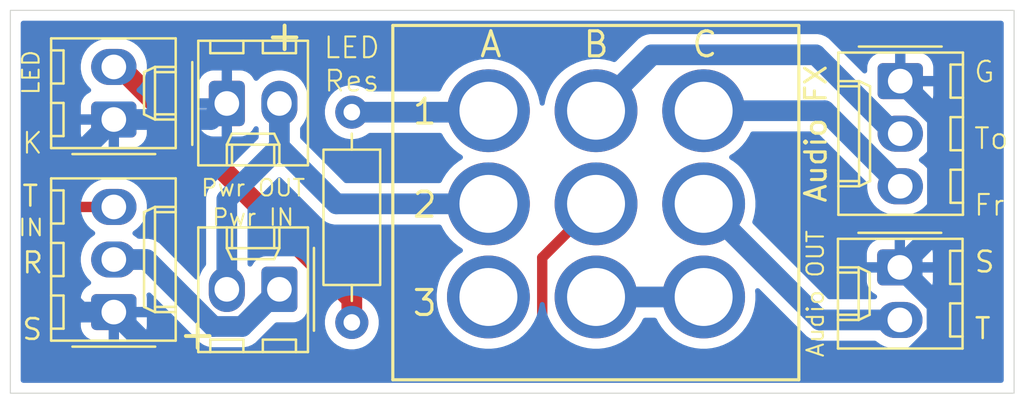
<source format=kicad_pcb>
(kicad_pcb (version 20241229) (generator "pcbnew") (generator_version "9.0")
  (title_block (date "2025-08-04") (rev "V1.0a"))
  (layers (0 "F.Cu" signal) (2 "B.Cu" signal) (13 "F.Paste" user) (15 "B.Paste" user) (5 "F.SilkS" user "F.Silkscreen") (7 "B.SilkS" user "B.Silkscreen") (1 "F.Mask" user) (3 "B.Mask" user) (25 "Edge.Cuts" user))
  (net 0 "")
  (net 1 "GND")
  (net 2 "Net-(J4-Pin_2)")
  (net 3 "Net-(J5-Pin_2)")
  (net 4 "Net-(J7-Pin_2)")
  (net 5 "Net-(R1-Pad1)")
  (net 7 "Net-(J1-Pin_3)")
  (net 8 "Net-(J1-Pin_2)")
  (net 9 "Net-(J2-Pin_2)")
  (net 10 "Net-(J7-Pin_3)")
  (net 11 "Net-(SW1-C-PadB3)")
  (footprint "Connector_Molex:Molex_KK-254_AE-6410-02A_1x02_P2.54mm_Vertical" (layer "F.Cu") (at 67.5 62.98 180)
    (property "Reference" "J4" (hide yes))
    (property "Value" "Pwr IN" (at 1.27 3.48 0) (layer "F.SilkS") (effects (font (size 0.8 0.8) (thickness 0.1))))
    (fp_line (start 3.92 2.99) (end 3.92 -3.03) (stroke (width 0.12)) (layer "F.SilkS"))
    (fp_line (start 3.92 -3.03) (end -1.38 -3.03) (stroke (width 0.12)) (layer "F.SilkS"))
    (fp_line (start 3.34 -2.43) (end 3.34 -3.03) (stroke (width 0.12)) (layer "F.SilkS"))
    (fp_line (start 2.54 1.99) (end 2.54 2.99) (stroke (width 0.12)) (layer "F.SilkS"))
    (fp_line (start 2.29 2.99) (end 2.29 1.99) (stroke (width 0.12)) (layer "F.SilkS"))
    (fp_line (start 2.29 1.46) (end 2.54 1.99) (stroke (width 0.12)) (layer "F.SilkS"))
    (fp_line (start 1.74 -2.43) (end 3.34 -2.43) (stroke (width 0.12)) (layer "F.SilkS"))
    (fp_line (start 1.74 -3.03) (end 1.74 -2.43) (stroke (width 0.12)) (layer "F.SilkS"))
    (fp_line (start 0.8 -2.43) (end 0.8 -3.03) (stroke (width 0.12)) (layer "F.SilkS"))
    (fp_line (start 0.25 2.99) (end 0.25 1.99) (stroke (width 0.12)) (layer "F.SilkS"))
    (fp_line (start 0.25 1.46) (end 2.29 1.46) (stroke (width 0.12)) (layer "F.SilkS"))
    (fp_line (start 0 2.99) (end 0 1.99) (stroke (width 0.12)) (layer "F.SilkS"))
    (fp_line (start 0 1.99) (end 2.54 1.99) (stroke (width 0.12)) (layer "F.SilkS"))
    (fp_line (start 0 1.99) (end 0.25 1.46) (stroke (width 0.12)) (layer "F.SilkS"))
    (fp_line (start -0.8 -2.43) (end 0.8 -2.43) (stroke (width 0.12)) (layer "F.SilkS"))
    (fp_line (start -0.8 -3.03) (end -0.8 -2.43) (stroke (width 0.12)) (layer "F.SilkS"))
    (fp_line (start -1.38 2.99) (end 3.92 2.99) (stroke (width 0.12)) (layer "F.SilkS"))
    (fp_line (start -1.38 -3.03) (end -1.38 2.99) (stroke (width 0.12)) (layer "F.SilkS"))
    (fp_line (start -1.67 -2) (end -1.67 2) (stroke (width 0.12)) (layer "F.SilkS"))
    (pad "1" thru_hole roundrect (at 0 0 180) (size 1.74 2.19) (drill 1.19) (layers "*.Cu" "*.Mask") (roundrect_rratio 0.143678) (net 8 "Net-(J1-Pin_2)"))
    (pad "2" thru_hole oval (at 2.54 0 180) (size 1.74 2.19) (drill 1.19) (layers "*.Cu" "*.Mask") (net 2 "Net-(J4-Pin_2)"))
  )
  (footprint "Connector_Molex:Molex_KK-254_AE-6410-03A_1x03_P2.54mm_Vertical" (layer "F.Cu") (at 59.5 64.08 90)
    (property "Reference" "J1" (hide yes))
    (property "Value" "IN" (at 4.08 -4 0) (layer "F.SilkS") (effects (font (size 0.8 0.8) (thickness 0.1))))
    (fp_line (start 6.46 -3.03) (end -1.38 -3.03) (stroke (width 0.12)) (layer "F.SilkS"))
    (fp_line (start 4.28 -3.03) (end 4.28 -2.43) (stroke (width 0.12)) (layer "F.SilkS"))
    (fp_line (start 1.74 -3.03) (end 1.74 -2.43) (stroke (width 0.12)) (layer "F.SilkS"))
    (fp_line (start -0.8 -3.03) (end -0.8 -2.43) (stroke (width 0.12)) (layer "F.SilkS"))
    (fp_line (start -1.38 -3.03) (end -1.38 2.99) (stroke (width 0.12)) (layer "F.SilkS"))
    (fp_line (start 5.88 -2.43) (end 5.88 -3.03) (stroke (width 0.12)) (layer "F.SilkS"))
    (fp_line (start 4.28 -2.43) (end 5.88 -2.43) (stroke (width 0.12)) (layer "F.SilkS"))
    (fp_line (start 3.34 -2.43) (end 3.34 -3.03) (stroke (width 0.12)) (layer "F.SilkS"))
    (fp_line (start 1.74 -2.43) (end 3.34 -2.43) (stroke (width 0.12)) (layer "F.SilkS"))
    (fp_line (start 0.8 -2.43) (end 0.8 -3.03) (stroke (width 0.12)) (layer "F.SilkS"))
    (fp_line (start -0.8 -2.43) (end 0.8 -2.43) (stroke (width 0.12)) (layer "F.SilkS"))
    (fp_line (start -1.67 -2) (end -1.67 2) (stroke (width 0.12)) (layer "F.SilkS"))
    (fp_line (start 4.83 1.46) (end 5.08 1.99) (stroke (width 0.12)) (layer "F.SilkS"))
    (fp_line (start 0.25 1.46) (end 4.83 1.46) (stroke (width 0.12)) (layer "F.SilkS"))
    (fp_line (start 5.08 1.99) (end 5.08 2.99) (stroke (width 0.12)) (layer "F.SilkS"))
    (fp_line (start 0 1.99) (end 0.25 1.46) (stroke (width 0.12)) (layer "F.SilkS"))
    (fp_line (start 0 1.99) (end 5.08 1.99) (stroke (width 0.12)) (layer "F.SilkS"))
    (fp_line (start 6.46 2.99) (end 6.46 -3.03) (stroke (width 0.12)) (layer "F.SilkS"))
    (fp_line (start 4.83 2.99) (end 4.83 1.99) (stroke (width 0.12)) (layer "F.SilkS"))
    (fp_line (start 0.25 2.99) (end 0.25 1.99) (stroke (width 0.12)) (layer "F.SilkS"))
    (fp_line (start 0 2.99) (end 0 1.99) (stroke (width 0.12)) (layer "F.SilkS"))
    (fp_line (start -1.38 2.99) (end 6.46 2.99) (stroke (width 0.12)) (layer "F.SilkS"))
    (pad "1" thru_hole roundrect (at 0 0 90) (size 1.74 2.19) (drill 1.19) (layers "*.Cu" "*.Mask") (roundrect_rratio 0.143678) (net 1 "GND"))
    (pad "2" thru_hole oval (at 2.54 0 90) (size 1.74 2.19) (drill 1.19) (layers "*.Cu" "*.Mask") (net 8 "Net-(J1-Pin_2)"))
    (pad "3" thru_hole oval (at 5.08 0 90) (size 1.74 2.19) (drill 1.19) (layers "*.Cu" "*.Mask") (net 7 "Net-(J1-Pin_3)"))
  )
  (footprint "Griffin:3PDT_FS" (layer "F.Cu") (at 80.6 57.85)
    (property "Reference" "SW1" (hide yes))
    (property "Value" "SW_Foot_3PDT" (hide yes))
    (fp_line (start -7.62 -7.62) (end 12 -7.62) (stroke (width 0.1524)) (layer "F.SilkS"))
    (fp_line (start -7.62 9.5) (end -7.62 -7.62) (stroke (width 0.1524)) (layer "F.SilkS"))
    (fp_line (start 12 -7.62) (end 12 9.5) (stroke (width 0.1524)) (layer "F.SilkS"))
    (fp_line (start 12 9.5) (end -7.62 9.5) (stroke (width 0.1524)) (layer "F.SilkS"))
    (fp_text user "B" (at 1.5 -6 0) (layer "F.SilkS") (effects (font (size 1.2065 1.2065) (thickness 0.1524)) (justify left bottom)))
    (fp_text user "1" (at -6.75 -2.75 0) (layer "F.SilkS") (effects (font (size 1.2065 1.2065) (thickness 0.1524)) (justify left bottom)))
    (fp_text user "A" (at -3.5 -6 0) (layer "F.SilkS") (effects (font (size 1.2065 1.2065) (thickness 0.1524)) (justify left bottom)))
    (fp_text user "3" (at -6.75 6.5 0) (layer "F.SilkS") (effects (font (size 1.2065 1.2065) (thickness 0.1524)) (justify left bottom)))
    (fp_text user "2" (at -6.75 1.75 0) (layer "F.SilkS") (effects (font (size 1.2065 1.2065) (thickness 0.1524)) (justify left bottom)))
    (fp_text user "C" (at 6.75 -6 0) (layer "F.SilkS") (effects (font (size 1.2065 1.2065) (thickness 0.1524)) (justify left bottom)))
    (pad "A1" thru_hole circle (at -3 -3.5 180) (size 4 4) (drill 2.8) (layers "*.Cu" "*.Mask") (net 5 "Net-(R1-Pad1)"))
    (pad "A2" thru_hole circle (at -3 1 180) (size 4 4) (drill 2.8) (layers "*.Cu" "*.Mask") (net 2 "Net-(J4-Pin_2)"))
    (pad "A3" thru_hole circle (at -3 5.5 180) (size 4 4) (drill 2.8) (layers "*.Cu" "*.Mask"))
    (pad "B1" thru_hole circle (at 2.2 -3.5 180) (size 4 4) (drill 2.8) (layers "*.Cu" "*.Mask") (net 4 "Net-(J7-Pin_2)"))
    (pad "B2" thru_hole circle (at 2.2 1 180) (size 4 4) (drill 2.8) (layers "*.Cu" "*.Mask") (net 7 "Net-(J1-Pin_3)"))
    (pad "B3" thru_hole circle (at 2.2 5.5 180) (size 4 4) (drill 2.8) (layers "*.Cu" "*.Mask") (net 11 "Net-(SW1-C-PadB3)"))
    (pad "C1" thru_hole circle (at 7.4 -3.5 180) (size 4 4) (drill 2.8) (layers "*.Cu" "*.Mask") (net 10 "Net-(J7-Pin_3)"))
    (pad "C2" thru_hole circle (at 7.4 1 180) (size 4 4) (drill 2.8) (layers "*.Cu" "*.Mask") (net 9 "Net-(J2-Pin_2)"))
    (pad "C3" thru_hole circle (at 7.4 5.5 180) (size 4 4) (drill 2.8) (layers "*.Cu" "*.Mask") (net 11 "Net-(SW1-C-PadB3)"))
  )
  (footprint "Connector_Molex:Molex_KK-254_AE-6410-02A_1x02_P2.54mm_Vertical" (layer "F.Cu") (at 64.96 54)
    (property "Reference" "J8" (hide yes))
    (property "Value" "Pwr OUT" (at 1.27 4.08 0) (layer "F.SilkS") (effects (font (size 0.8 0.8) (thickness 0.1))))
    (fp_line (start -1.67 -2) (end -1.67 2) (stroke (width 0.12)) (layer "F.SilkS"))
    (fp_line (start -1.38 -3.03) (end -1.38 2.99) (stroke (width 0.12)) (layer "F.SilkS"))
    (fp_line (start -1.38 2.99) (end 3.92 2.99) (stroke (width 0.12)) (layer "F.SilkS"))
    (fp_line (start -0.8 -3.03) (end -0.8 -2.43) (stroke (width 0.12)) (layer "F.SilkS"))
    (fp_line (start -0.8 -2.43) (end 0.8 -2.43) (stroke (width 0.12)) (layer "F.SilkS"))
    (fp_line (start 0 1.99) (end 0.25 1.46) (stroke (width 0.12)) (layer "F.SilkS"))
    (fp_line (start 0 1.99) (end 2.54 1.99) (stroke (width 0.12)) (layer "F.SilkS"))
    (fp_line (start 0 2.99) (end 0 1.99) (stroke (width 0.12)) (layer "F.SilkS"))
    (fp_line (start 0.25 1.46) (end 2.29 1.46) (stroke (width 0.12)) (layer "F.SilkS"))
    (fp_line (start 0.25 2.99) (end 0.25 1.99) (stroke (width 0.12)) (layer "F.SilkS"))
    (fp_line (start 0.8 -2.43) (end 0.8 -3.03) (stroke (width 0.12)) (layer "F.SilkS"))
    (fp_line (start 1.74 -3.03) (end 1.74 -2.43) (stroke (width 0.12)) (layer "F.SilkS"))
    (fp_line (start 1.74 -2.43) (end 3.34 -2.43) (stroke (width 0.12)) (layer "F.SilkS"))
    (fp_line (start 2.29 1.46) (end 2.54 1.99) (stroke (width 0.12)) (layer "F.SilkS"))
    (fp_line (start 2.29 2.99) (end 2.29 1.99) (stroke (width 0.12)) (layer "F.SilkS"))
    (fp_line (start 2.54 1.99) (end 2.54 2.99) (stroke (width 0.12)) (layer "F.SilkS"))
    (fp_line (start 3.34 -2.43) (end 3.34 -3.03) (stroke (width 0.12)) (layer "F.SilkS"))
    (fp_line (start 3.92 -3.03) (end -1.38 -3.03) (stroke (width 0.12)) (layer "F.SilkS"))
    (fp_line (start 3.92 2.99) (end 3.92 -3.03) (stroke (width 0.12)) (layer "F.SilkS"))
    (pad "1" thru_hole roundrect (at 0 0) (size 1.74 2.19) (drill 1.19) (layers "*.Cu" "*.Mask") (roundrect_rratio 0.143678) (net 1 "GND"))
    (pad "2" thru_hole oval (at 2.54 0) (size 1.74 2.19) (drill 1.19) (layers "*.Cu" "*.Mask") (net 2 "Net-(J4-Pin_2)"))
  )
  (footprint "Resistor_THT:R_Axial_DIN0207_L6.3mm_D2.5mm_P10.16mm_Horizontal" (layer "F.Cu") (at 71 54.42 -90)
    (property "Reference" "R1" (hide yes))
    (property "Value" "4K4")
    (fp_line (start 1.04 0) (end 1.81 0) (stroke (width 0.12)) (layer "F.SilkS"))
    (fp_line (start 9.12 0) (end 8.35 0) (stroke (width 0.12)) (layer "F.SilkS"))
    (fp_rect (start 1.81 -1.37) (end 8.35 1.37) (stroke (width 0.12)) (fill no) (layer "F.SilkS"))
    (pad "1" thru_hole circle (at 0 0 270) (size 1.6 1.6) (drill 0.8) (layers "*.Cu" "*.Mask") (net 5 "Net-(R1-Pad1)"))
    (pad "2" thru_hole circle (at 10.16 0 270) (size 1.6 1.6) (drill 0.8) (layers "*.Cu" "*.Mask") (net 3 "Net-(J5-Pin_2)"))
  )
  (footprint "Connector_Molex:Molex_KK-254_AE-6410-03A_1x03_P2.54mm_Vertical" (layer "F.Cu") (at 97.5 52.92 -90)
    (property "Reference" "J7" (hide yes))
    (property "Value" "Audio FX" (at 2.54 4.08 90) (layer "F.SilkS"))
    (fp_line (start -1.38 2.99) (end 6.46 2.99) (stroke (width 0.12)) (layer "F.SilkS"))
    (fp_line (start 0 2.99) (end 0 1.99) (stroke (width 0.12)) (layer "F.SilkS"))
    (fp_line (start 0.25 2.99) (end 0.25 1.99) (stroke (width 0.12)) (layer "F.SilkS"))
    (fp_line (start 4.83 2.99) (end 4.83 1.99) (stroke (width 0.12)) (layer "F.SilkS"))
    (fp_line (start 6.46 2.99) (end 6.46 -3.03) (stroke (width 0.12)) (layer "F.SilkS"))
    (fp_line (start 0 1.99) (end 5.08 1.99) (stroke (width 0.12)) (layer "F.SilkS"))
    (fp_line (start 0 1.99) (end 0.25 1.46) (stroke (width 0.12)) (layer "F.SilkS"))
    (fp_line (start 5.08 1.99) (end 5.08 2.99) (stroke (width 0.12)) (layer "F.SilkS"))
    (fp_line (start 0.25 1.46) (end 4.83 1.46) (stroke (width 0.12)) (layer "F.SilkS"))
    (fp_line (start 4.83 1.46) (end 5.08 1.99) (stroke (width 0.12)) (layer "F.SilkS"))
    (fp_line (start -1.67 -2) (end -1.67 2) (stroke (width 0.12)) (layer "F.SilkS"))
    (fp_line (start -0.8 -2.43) (end 0.8 -2.43) (stroke (width 0.12)) (layer "F.SilkS"))
    (fp_line (start 0.8 -2.43) (end 0.8 -3.03) (stroke (width 0.12)) (layer "F.SilkS"))
    (fp_line (start 1.74 -2.43) (end 3.34 -2.43) (stroke (width 0.12)) (layer "F.SilkS"))
    (fp_line (start 3.34 -2.43) (end 3.34 -3.03) (stroke (width 0.12)) (layer "F.SilkS"))
    (fp_line (start 4.28 -2.43) (end 5.88 -2.43) (stroke (width 0.12)) (layer "F.SilkS"))
    (fp_line (start 5.88 -2.43) (end 5.88 -3.03) (stroke (width 0.12)) (layer "F.SilkS"))
    (fp_line (start -1.38 -3.03) (end -1.38 2.99) (stroke (width 0.12)) (layer "F.SilkS"))
    (fp_line (start -0.8 -3.03) (end -0.8 -2.43) (stroke (width 0.12)) (layer "F.SilkS"))
    (fp_line (start 1.74 -3.03) (end 1.74 -2.43) (stroke (width 0.12)) (layer "F.SilkS"))
    (fp_line (start 4.28 -3.03) (end 4.28 -2.43) (stroke (width 0.12)) (layer "F.SilkS"))
    (fp_line (start 6.46 -3.03) (end -1.38 -3.03) (stroke (width 0.12)) (layer "F.SilkS"))
    (pad "1" thru_hole roundrect (at 0 0 270) (size 1.74 2.19) (drill 1.19) (layers "*.Cu" "*.Mask") (roundrect_rratio 0.143678) (net 1 "GND"))
    (pad "2" thru_hole oval (at 2.54 0 270) (size 1.74 2.19) (drill 1.19) (layers "*.Cu" "*.Mask") (net 4 "Net-(J7-Pin_2)"))
    (pad "3" thru_hole oval (at 5.08 0 270) (size 1.74 2.19) (drill 1.19) (layers "*.Cu" "*.Mask") (net 10 "Net-(J7-Pin_3)"))
  )
  (footprint "Connector_Molex:Molex_KK-254_AE-6410-02A_1x02_P2.54mm_Vertical" (layer "F.Cu") (at 97.48 61.92 -90)
    (property "Reference" "J2" (hide yes))
    (property "Value" "Audio OUT" (at 1.27 4.08 90) (layer "F.SilkS") (effects (font (size 0.8 0.8) (thickness 0.1))))
    (fp_line (start -1.38 2.99) (end 3.92 2.99) (stroke (width 0.12)) (layer "F.SilkS"))
    (fp_line (start 0 2.99) (end 0 1.99) (stroke (width 0.12)) (layer "F.SilkS"))
    (fp_line (start 0.25 2.99) (end 0.25 1.99) (stroke (width 0.12)) (layer "F.SilkS"))
    (fp_line (start 2.29 2.99) (end 2.29 1.99) (stroke (width 0.12)) (layer "F.SilkS"))
    (fp_line (start 3.92 2.99) (end 3.92 -3.03) (stroke (width 0.12)) (layer "F.SilkS"))
    (fp_line (start 0 1.99) (end 2.54 1.99) (stroke (width 0.12)) (layer "F.SilkS"))
    (fp_line (start 0 1.99) (end 0.25 1.46) (stroke (width 0.12)) (layer "F.SilkS"))
    (fp_line (start 2.54 1.99) (end 2.54 2.99) (stroke (width 0.12)) (layer "F.SilkS"))
    (fp_line (start 0.25 1.46) (end 2.29 1.46) (stroke (width 0.12)) (layer "F.SilkS"))
    (fp_line (start 2.29 1.46) (end 2.54 1.99) (stroke (width 0.12)) (layer "F.SilkS"))
    (fp_line (start -1.67 -2) (end -1.67 2) (stroke (width 0.12)) (layer "F.SilkS"))
    (fp_line (start -0.8 -2.43) (end 0.8 -2.43) (stroke (width 0.12)) (layer "F.SilkS"))
    (fp_line (start 0.8 -2.43) (end 0.8 -3.03) (stroke (width 0.12)) (layer "F.SilkS"))
    (fp_line (start 1.74 -2.43) (end 3.34 -2.43) (stroke (width 0.12)) (layer "F.SilkS"))
    (fp_line (start 3.34 -2.43) (end 3.34 -3.03) (stroke (width 0.12)) (layer "F.SilkS"))
    (fp_line (start -1.38 -3.03) (end -1.38 2.99) (stroke (width 0.12)) (layer "F.SilkS"))
    (fp_line (start -0.8 -3.03) (end -0.8 -2.43) (stroke (width 0.12)) (layer "F.SilkS"))
    (fp_line (start 1.74 -3.03) (end 1.74 -2.43) (stroke (width 0.12)) (layer "F.SilkS"))
    (fp_line (start 3.92 -3.03) (end -1.38 -3.03) (stroke (width 0.12)) (layer "F.SilkS"))
    (pad "1" thru_hole roundrect (at 0 0 270) (size 1.74 2.19) (drill 1.19) (layers "*.Cu" "*.Mask") (roundrect_rratio 0.143678) (net 1 "GND"))
    (pad "2" thru_hole oval (at 2.54 0 270) (size 1.74 2.19) (drill 1.19) (layers "*.Cu" "*.Mask") (net 9 "Net-(J2-Pin_2)"))
  )
  (footprint "Connector_Molex:Molex_KK-254_AE-6410-02A_1x02_P2.54mm_Vertical" (layer "F.Cu") (at 59.5 54.775 90)
    (property "Reference" "J5" (hide yes))
    (property "Value" "LED" (at 2.275 -4 90) (layer "F.SilkS") (effects (font (size 0.8 0.8) (thickness 0.1))))
    (fp_line (start 3.92 -3.03) (end -1.38 -3.03) (stroke (width 0.12)) (layer "F.SilkS"))
    (fp_line (start 1.74 -3.03) (end 1.74 -2.43) (stroke (width 0.12)) (layer "F.SilkS"))
    (fp_line (start -0.8 -3.03) (end -0.8 -2.43) (stroke (width 0.12)) (layer "F.SilkS"))
    (fp_line (start -1.38 -3.03) (end -1.38 2.99) (stroke (width 0.12)) (layer "F.SilkS"))
    (fp_line (start 3.34 -2.43) (end 3.34 -3.03) (stroke (width 0.12)) (layer "F.SilkS"))
    (fp_line (start 1.74 -2.43) (end 3.34 -2.43) (stroke (width 0.12)) (layer "F.SilkS"))
    (fp_line (start 0.8 -2.43) (end 0.8 -3.03) (stroke (width 0.12)) (layer "F.SilkS"))
    (fp_line (start -0.8 -2.43) (end 0.8 -2.43) (stroke (width 0.12)) (layer "F.SilkS"))
    (fp_line (start -1.67 -2) (end -1.67 2) (stroke (width 0.12)) (layer "F.SilkS"))
    (fp_line (start 2.29 1.46) (end 2.54 1.99) (stroke (width 0.12)) (layer "F.SilkS"))
    (fp_line (start 0.25 1.46) (end 2.29 1.46) (stroke (width 0.12)) (layer "F.SilkS"))
    (fp_line (start 2.54 1.99) (end 2.54 2.99) (stroke (width 0.12)) (layer "F.SilkS"))
    (fp_line (start 0 1.99) (end 0.25 1.46) (stroke (width 0.12)) (layer "F.SilkS"))
    (fp_line (start 0 1.99) (end 2.54 1.99) (stroke (width 0.12)) (layer "F.SilkS"))
    (fp_line (start 3.92 2.99) (end 3.92 -3.03) (stroke (width 0.12)) (layer "F.SilkS"))
    (fp_line (start 2.29 2.99) (end 2.29 1.99) (stroke (width 0.12)) (layer "F.SilkS"))
    (fp_line (start 0.25 2.99) (end 0.25 1.99) (stroke (width 0.12)) (layer "F.SilkS"))
    (fp_line (start 0 2.99) (end 0 1.99) (stroke (width 0.12)) (layer "F.SilkS"))
    (fp_line (start -1.38 2.99) (end 3.92 2.99) (stroke (width 0.12)) (layer "F.SilkS"))
    (pad "1" thru_hole roundrect (at 0 0 90) (size 1.74 2.19) (drill 1.19) (layers "*.Cu" "*.Mask") (roundrect_rratio 0.143678) (net 1 "GND"))
    (pad "2" thru_hole oval (at 2.54 0 90) (size 1.74 2.19) (drill 1.19) (layers "*.Cu" "*.Mask") (net 3 "Net-(J5-Pin_2)"))
  )
  (gr_rect (start 54.5 49.5) (end 103 68) (stroke (width 0.05)) (fill no) (layer "Edge.Cuts"))
  (gr_text "LED\nRes" (at 71 53.5 0) (layer "F.SilkS") (effects (font (size 1 1) (thickness 0.1)) (justify bottom)))
  (gr_text "G\n\nTo\n\nFr" (at 101 59.5 0) (layer "F.SilkS") (effects (font (size 1 1) (thickness 0.1)) (justify left bottom)))
  (gr_text "+" (at 62.5 66 0) (layer "F.SilkS") (effects (font (size 1.5 1.5) (thickness 0.1875)) (justify left bottom)))
  (gr_text "T\n\nR\n\nS" (at 55 65.5 0) (layer "F.SilkS") (effects (font (size 1 1) (thickness 0.125)) (justify left bottom)))
  (gr_text "K" (at 55 56.5 0) (layer "F.SilkS") (effects (font (size 1 1) (thickness 0.1)) (justify left bottom)))
  (gr_text "+" (at 66.7 51.57 0) (layer "F.SilkS") (effects (font (size 1.5 1.5) (thickness 0.1875)) (justify left bottom)))
  (gr_text "S\n\nT" (at 101.02 65.46 0) (layer "F.SilkS") (effects (font (size 1 1) (thickness 0.125)) (justify left bottom)))
  (segment (start 97.5 52.92) (end 99.296 54.716) (width 1) (layer "B.Cu") (net 1))
  (segment (start 59.5 54.775) (end 56.5 57.775) (width 1) (layer "B.Cu") (net 1))
  (segment (start 59.5 54.775) (end 64.185 54.775) (width 1) (layer "B.Cu") (net 1))
  (segment (start 97.78673 66.6) (end 62.02 66.6) (width 1) (layer "B.Cu") (net 1))
  (segment (start 57.88 64.08) (end 59.5 64.08) (width 1) (layer "B.Cu") (net 1))
  (segment (start 99.296 60.104) (end 97.48 61.92) (width 1) (layer "B.Cu") (net 1))
  (segment (start 56.5 62.7) (end 57.88 64.08) (width 1) (layer "B.Cu") (net 1))
  (segment (start 99.296 54.716) (end 99.296 60.104) (width 1) (layer "B.Cu") (net 1))
  (segment (start 62.02 66.6) (end 59.5 64.08) (width 1) (layer "B.Cu") (net 1))
  (segment (start 97.48 61.92) (end 99.276 63.716) (width 1) (layer "B.Cu") (net 1))
  (segment (start 99.276 65.11073) (end 97.78673 66.6) (width 1) (layer "B.Cu") (net 1))
  (segment (start 56.5 57.775) (end 56.5 62.7) (width 1) (layer "B.Cu") (net 1))
  (segment (start 64.185 54.775) (end 64.96 54) (width 1) (layer "B.Cu") (net 1))
  (segment (start 99.276 63.716) (end 99.276 65.11073) (width 1) (layer "B.Cu") (net 1))
  (segment (start 64.96 58.635) (end 64.96 62.98) (width 1) (layer "B.Cu") (net 2))
  (segment (start 67.5 54) (end 67.5 56.095) (width 1) (layer "B.Cu") (net 2))
  (segment (start 70.255 58.85) (end 67.5 56.095) (width 1) (layer "B.Cu") (net 2))
  (segment (start 67.5 56.095) (end 64.96 58.635) (width 1) (layer "B.Cu") (net 2))
  (segment (start 77.6 58.85) (end 70.255 58.85) (width 1) (layer "B.Cu") (net 2))
  (segment (start 71 64.58) (end 71 63.44863) (width 1) (layer "F.Cu") (net 3))
  (segment (start 59.78637 52.235) (end 59.5 52.235) (width 1) (layer "F.Cu") (net 3))
  (segment (start 71 63.44863) (end 59.78637 52.235) (width 1) (layer "F.Cu") (net 3))
  (segment (start 97.223156 55.46) (end 97.5 55.46) (width 1) (layer "B.Cu") (net 4))
  (segment (start 85.501 51.649) (end 93.412156 51.649) (width 1) (layer "B.Cu") (net 4))
  (segment (start 93.412156 51.649) (end 97.223156 55.46) (width 1) (layer "B.Cu") (net 4))
  (segment (start 82.8 54.35) (end 85.501 51.649) (width 1) (layer "B.Cu") (net 4))
  (segment (start 77.53 54.42) (end 77.6 54.35) (width 1) (layer "B.Cu") (net 5))
  (segment (start 71 54.42) (end 77.53 54.42) (width 1) (layer "B.Cu") (net 5))
  (segment (start 82.8 58.85) (end 80.2 61.45) (width 0.5) (layer "F.Cu") (net 7))
  (segment (start 56 59.5) (end 56.5 59) (width 0.5) (layer "F.Cu") (net 7))
  (segment (start 56.5 59) (end 59.5 59) (width 0.5) (layer "F.Cu") (net 7))
  (segment (start 57.5 66.5) (end 56 65) (width 0.5) (layer "F.Cu") (net 7))
  (segment (start 79.5 66.5) (end 57.5 66.5) (width 0.5) (layer "F.Cu") (net 7))
  (segment (start 80.2 65.8) (end 79.5 66.5) (width 0.5) (layer "F.Cu") (net 7))
  (segment (start 80.2 61.45) (end 80.2 65.8) (width 0.5) (layer "F.Cu") (net 7))
  (segment (start 56 65) (end 56 59.5) (width 0.5) (layer "F.Cu") (net 7))
  (segment (start 65.704 64.776) (end 67.5 62.98) (width 1) (layer "B.Cu") (net 8))
  (segment (start 61.07327 61.54) (end 64.30927 64.776) (width 1) (layer "B.Cu") (net 8))
  (segment (start 59.5 61.54) (end 61.07327 61.54) (width 1) (layer "B.Cu") (net 8))
  (segment (start 64.30927 64.776) (end 65.704 64.776) (width 1) (layer "B.Cu") (net 8))
  (segment (start 93.61 64.46) (end 88 58.85) (width 1) (layer "B.Cu") (net 9))
  (segment (start 97.48 64.46) (end 93.61 64.46) (width 1) (layer "B.Cu") (net 9))
  (segment (start 93.85 54.35) (end 97.5 58) (width 1) (layer "B.Cu") (net 10))
  (segment (start 88 54.35) (end 93.85 54.35) (width 1) (layer "B.Cu") (net 10))
  (segment (start 82.8 63.35) (end 88 63.35) (width 1) (layer "B.Cu") (net 11))
  (zone (net 1) (net_name "GND") (layer "B.Cu") (connect_pads (clearance 0.5)) (min_thickness 0.25) (fill yes (thermal_gap 0.5) (thermal_bridge_width 0.5))
    (polygon (pts (xy 54 49) (xy 103.5 49) (xy 103.5 68.5) (xy 54 68.5)))
  )
)
</source>
